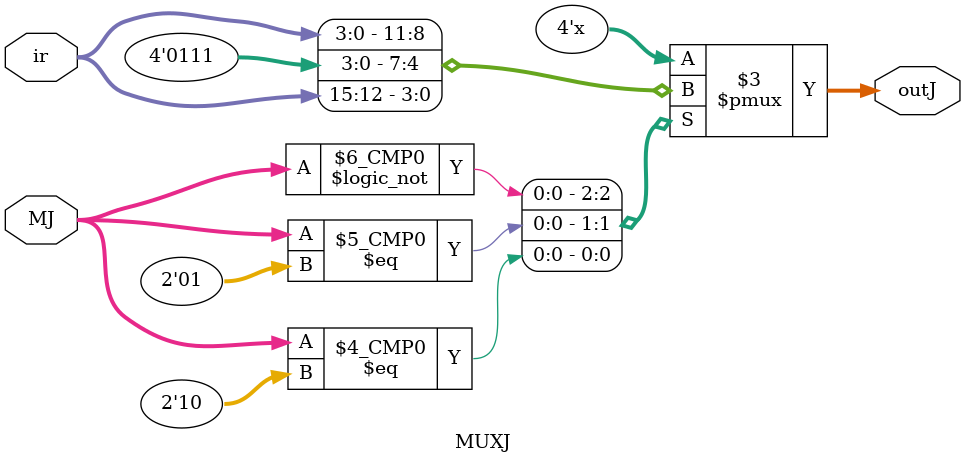
<source format=v>
module MUXA(out,ir,px,MA);
output reg [3:0] out;
input  [31:0] ir;
input [3:0] px;
input  [1:0] MA;
always @ (MA,  ir, px)
	  begin
			case(MA)
			2'd0: 
				out = ir[19:16];
			2'd1:  begin
				out = ir[15:12] + px[3:0];		  
			end
			2'd2: begin
				out = 4'b1111;
				$display("Entered r15 case");
			end
			endcase
	  end
endmodule

module MUXPB(outPB,L0,L1,L2,MB);
output reg [31:0] outPB;
input [1:0] MB;
input [31:0] L0;
input [31:0] L1; //shifter_out 
input [31:0] L2; 
	always @(MB, L0, L1, L2)
		begin 
			case(MB)
			2'd0: begin
				outPB = L0;	 			  
			end
			2'd1:
			begin 
				outPB = L1;
			end
			2'd2: begin
				outPB = L2;	
			end
			2'd3: begin
				outPB = 32'd5;
			end	
			endcase
		end
endmodule

module MUXC(outC,ir,px,MC);
output reg [3:0] outC;
input [3:0] px;
input [2:0]MC; 
input [31:0] ir;
	always @(MC,ir,px)
		begin 
		case(MC)
		 3'd0: 
			outC = px[3:0]+ir[15:12]; // Rd
		 3'd1: 
			outC = ir[19:16]; // Rn
		 3'd2:
			outC = 4'b1110; //R14
		 3'd3:
			outC = 4'b1111; // R15
		 3'd4: 
			outC = 4'b0111; //R7
		 endcase
		end
endmodule

module MUXD (outD, OP, ir, MD); 
output reg [4:0] outD; 
input  [4:0] OP; 
input  [31:0] ir;
input  MD;
always @(MD,OP, ir)
	begin 
		case(MD)
		1'd0: 
			outD = ir[24:21];
		1'd1:
			outD = OP;
		endcase
	end 	
endmodule

module MUXE(outE, L1, L0, ME); 
output reg [31:0] outE;
input  [31:0] L1;
input  [31:0] L0; 
input  ME;
always @(ME,L1, L0)
	begin 
		case(ME) 
		1'd0:
			begin
			outE = L0;
			end
		1'd1:
			outE = L1;
		endcase
	end 
endmodule

module MUXF(outF, L3,L2,L1,L0, MF);
output reg [31:0] outF; 
input  [31:0] L3;
input  [31:0] L2; 
input  [31:0] L1;
input  [31:0] L0; 
input [1:0] MF; 
always @(MF, L3, L2, L1, L0)
	begin 
		case(MF) 
		2'd0:
			outF = L0; 
		2'd1: 
			outF = L1;
		2'd2: 
			outF = L2;
		2'd3: begin
			outF = L3;
		end
		endcase
	end
endmodule

module MUXG(outG,L0, L1, MG);
output reg [31:0] outG; 
input  [31:0] L1;
input  [31:0] L0;
input  MG; 
always @(MG, L0, L1)
	begin 
		case(MG)
		1'd0: 
			outG = L0;
		1'd1: 
			outG = L1;
		endcase
	end
endmodule

module MUXH(outH, L0, L1, MH); 
output reg [31:0] outH; 
input  [31:0] L1;
input  [31:0] L0;
input  MH; 
always @(MH, L0, L1)
	begin 
		case(MH)
		1'd0: 
			outH = L0;
		1'd1: 
			outH = L1;
		endcase
	end
endmodule
module MUXI(outI,T,IR0,MI); 
output reg [2:0] outI; 
input  [1:0] MI;
input [2:0] IR0;
input  [2:0] T; 
always @(MI, T, IR0) 
	begin 
		case(MI)
			2'd0: 
				outI = 3'd1;
			2'd1:
				outI = IR0; 
			2'd2:
				outI = T;
		endcase
	end
endmodule

module MUXJ(outJ, ir, MJ); 
output reg [3:0] outJ; 
input [1:0] MJ; 
input [31:0] ir; 
always @(MJ, ir) 
	begin
		case(MJ)
			2'd0: 
				outJ = ir[3:0];
			2'd1:
				outJ = 4'd7;
			2'd2:
				outJ = ir[15:12];
		endcase
	end
endmodule



</source>
